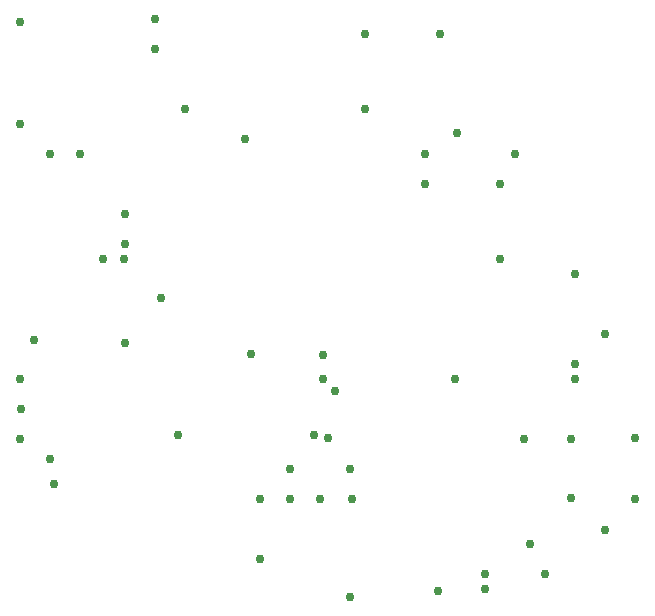
<source format=gbr>
G04 EAGLE Gerber RS-274X export*
G75*
%MOMM*%
%FSLAX34Y34*%
%LPD*%
%INVias*%
%IPPOS*%
%AMOC8*
5,1,8,0,0,1.08239X$1,22.5*%
G01*
%ADD10C,0.756400*%


D10*
X266700Y127000D03*
X171450Y181610D03*
X241300Y127000D03*
X294640Y248920D03*
X294640Y228600D03*
X287020Y181610D03*
X266700Y152400D03*
X381000Y393700D03*
X330200Y520700D03*
X241300Y76200D03*
X127000Y259186D03*
X63500Y419100D03*
X177800Y457200D03*
X406356Y228556D03*
X66988Y139700D03*
X152400Y508000D03*
X391956Y49056D03*
X330200Y457200D03*
X444500Y393700D03*
X88900Y419100D03*
X63500Y161290D03*
X107950Y330200D03*
X304800Y218440D03*
X317500Y152400D03*
X381000Y419100D03*
X127000Y368300D03*
X558800Y179070D03*
X38100Y177800D03*
X49530Y261620D03*
X508000Y317500D03*
X127000Y342900D03*
X533400Y266700D03*
X558800Y127000D03*
X444500Y330200D03*
X457200Y419100D03*
X407670Y436880D03*
X504190Y177800D03*
X464820Y177800D03*
X431800Y50800D03*
X482600Y63500D03*
X431800Y63500D03*
X469900Y88900D03*
X533052Y101252D03*
X508000Y241300D03*
X504190Y128270D03*
X508000Y228600D03*
X152400Y533400D03*
X38464Y203532D03*
X292326Y126894D03*
X298793Y178727D03*
X317500Y44450D03*
X318770Y127000D03*
X233680Y250190D03*
X38100Y444500D03*
X38100Y228600D03*
X125730Y330200D03*
X157480Y297180D03*
X228600Y431800D03*
X393700Y520700D03*
X38100Y530860D03*
M02*

</source>
